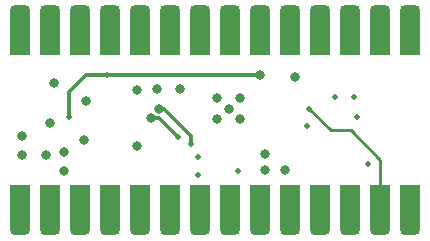
<source format=gbr>
%TF.GenerationSoftware,KiCad,Pcbnew,7.0.7*%
%TF.CreationDate,2024-01-12T14:51:30-08:00*%
%TF.ProjectId,Waffle_Mini_v0,57616666-6c65-45f4-9d69-6e695f76302e,rev?*%
%TF.SameCoordinates,Original*%
%TF.FileFunction,Copper,L4,Bot*%
%TF.FilePolarity,Positive*%
%FSLAX46Y46*%
G04 Gerber Fmt 4.6, Leading zero omitted, Abs format (unit mm)*
G04 Created by KiCad (PCBNEW 7.0.7) date 2024-01-12 14:51:30*
%MOMM*%
%LPD*%
G01*
G04 APERTURE LIST*
G04 Aperture macros list*
%AMRoundRect*
0 Rectangle with rounded corners*
0 $1 Rounding radius*
0 $2 $3 $4 $5 $6 $7 $8 $9 X,Y pos of 4 corners*
0 Add a 4 corners polygon primitive as box body*
4,1,4,$2,$3,$4,$5,$6,$7,$8,$9,$2,$3,0*
0 Add four circle primitives for the rounded corners*
1,1,$1+$1,$2,$3*
1,1,$1+$1,$4,$5*
1,1,$1+$1,$6,$7*
1,1,$1+$1,$8,$9*
0 Add four rect primitives between the rounded corners*
20,1,$1+$1,$2,$3,$4,$5,0*
20,1,$1+$1,$4,$5,$6,$7,0*
20,1,$1+$1,$6,$7,$8,$9,0*
20,1,$1+$1,$8,$9,$2,$3,0*%
%AMFreePoly0*
4,1,19,0.850000,-2.000000,0.845017,-2.091901,0.805505,-2.271406,0.728329,-2.438221,0.617096,-2.584545,0.477009,-2.703536,0.314617,-2.789630,0.137515,-2.838803,-0.046018,-2.848753,-0.227399,-2.819017,-0.398147,-2.750985,-0.550278,-2.647838,-0.676679,-2.514398,-0.771439,-2.356906,-0.830127,-2.182725,-0.850000,-2.000000,-0.850000,0.850000,0.850000,0.850000,0.850000,-2.000000,0.850000,-2.000000,
$1*%
G04 Aperture macros list end*
%TA.AperFunction,CastellatedPad*%
%ADD10FreePoly0,0.000000*%
%TD*%
%TA.AperFunction,CastellatedPad*%
%ADD11RoundRect,0.425000X-0.425000X-0.425000X0.425000X-0.425000X0.425000X0.425000X-0.425000X0.425000X0*%
%TD*%
%TA.AperFunction,CastellatedPad*%
%ADD12FreePoly0,180.000000*%
%TD*%
%TA.AperFunction,CastellatedPad*%
%ADD13RoundRect,0.425000X0.425000X0.425000X-0.425000X0.425000X-0.425000X-0.425000X0.425000X-0.425000X0*%
%TD*%
%TA.AperFunction,ViaPad*%
%ADD14C,0.500000*%
%TD*%
%TA.AperFunction,ViaPad*%
%ADD15C,0.800000*%
%TD*%
%TA.AperFunction,Conductor*%
%ADD16C,0.250000*%
%TD*%
%TA.AperFunction,Conductor*%
%ADD17C,0.350000*%
%TD*%
G04 APERTURE END LIST*
D10*
%TO.P,J15,1,Pin_1*%
%TO.N,GND*%
X152400000Y-101600000D03*
D11*
X152400000Y-104140000D03*
%TD*%
D12*
%TO.P,J7,1,Pin_1*%
%TO.N,Net-(J7-Pin_1)*%
X144780000Y-88900000D03*
D13*
X144780000Y-86360000D03*
%TD*%
D10*
%TO.P,J25,1,Pin_1*%
%TO.N,+3.3V*%
X134620000Y-101600000D03*
D11*
X134620000Y-104140000D03*
%TD*%
D12*
%TO.P,J21,1,Pin_1*%
%TO.N,Net-(J21-Pin_1)*%
X165100000Y-88900000D03*
D13*
X165100000Y-86360000D03*
%TD*%
D12*
%TO.P,J9,1,Pin_1*%
%TO.N,Net-(J9-Pin_1)*%
X139700000Y-88900000D03*
D13*
X139700000Y-86360000D03*
%TD*%
D10*
%TO.P,J18,1,Pin_1*%
%TO.N,/CANL*%
X160020000Y-101600000D03*
D11*
X160020000Y-104140000D03*
%TD*%
D12*
%TO.P,J23,1,Pin_1*%
%TO.N,Net-(J23-Pin_1)*%
X160020000Y-88900000D03*
D13*
X160020000Y-86360000D03*
%TD*%
D10*
%TO.P,J12,1,Pin_1*%
%TO.N,Net-(J12-Pin_1)*%
X144780000Y-101600000D03*
D11*
X144780000Y-104140000D03*
%TD*%
D10*
%TO.P,J27,1,Pin_1*%
%TO.N,GND*%
X137160000Y-101600000D03*
D11*
X137160000Y-104140000D03*
%TD*%
D12*
%TO.P,J4,1,Pin_1*%
%TO.N,Net-(J4-Pin_1)*%
X152400000Y-88900000D03*
D13*
X152400000Y-86360000D03*
%TD*%
D12*
%TO.P,J29,1,Pin_1*%
%TO.N,GND*%
X167640000Y-88900000D03*
D13*
X167640000Y-86360000D03*
%TD*%
D12*
%TO.P,J6,1,Pin_1*%
%TO.N,Net-(J6-Pin_1)*%
X147320000Y-88900000D03*
D13*
X147320000Y-86360000D03*
%TD*%
D12*
%TO.P,J22,1,Pin_1*%
%TO.N,Net-(J22-Pin_1)*%
X162560000Y-88900000D03*
D13*
X162560000Y-86360000D03*
%TD*%
D12*
%TO.P,J26,1,Pin_1*%
%TO.N,GND*%
X137160000Y-88900000D03*
D13*
X137160000Y-86360000D03*
%TD*%
D12*
%TO.P,J8,1,Pin_1*%
%TO.N,Net-(J8-Pin_1)*%
X142240000Y-88900000D03*
D13*
X142240000Y-86360000D03*
%TD*%
D12*
%TO.P,J2,1,Pin_1*%
%TO.N,Net-(J2-Pin_1)*%
X157480000Y-88900000D03*
D13*
X157480000Y-86360000D03*
%TD*%
D10*
%TO.P,J13,1,Pin_1*%
%TO.N,Net-(J13-Pin_1)*%
X147320000Y-101600000D03*
D11*
X147320000Y-104140000D03*
%TD*%
D12*
%TO.P,J24,1,Pin_1*%
%TO.N,+VSW*%
X134620000Y-88900000D03*
D13*
X134620000Y-86360000D03*
%TD*%
D10*
%TO.P,J11,1,Pin_1*%
%TO.N,Net-(J11-Pin_1)*%
X142240000Y-101600000D03*
D11*
X142240000Y-104140000D03*
%TD*%
D10*
%TO.P,J28,1,Pin_1*%
%TO.N,GND*%
X167640000Y-101600000D03*
D11*
X167640000Y-104140000D03*
%TD*%
D10*
%TO.P,J14,1,Pin_1*%
%TO.N,Net-(J14-Pin_1)*%
X149860000Y-101600000D03*
D11*
X149860000Y-104140000D03*
%TD*%
D12*
%TO.P,J5,1,Pin_1*%
%TO.N,Net-(J5-Pin_1)*%
X149860000Y-88900000D03*
D13*
X149860000Y-86360000D03*
%TD*%
D12*
%TO.P,J3,1,Pin_1*%
%TO.N,Net-(J3-Pin_1)*%
X154940000Y-88900000D03*
D13*
X154940000Y-86360000D03*
%TD*%
D10*
%TO.P,J16,1,Pin_1*%
%TO.N,GND*%
X154940000Y-101600000D03*
D11*
X154940000Y-104140000D03*
%TD*%
D10*
%TO.P,J20,1,Pin_1*%
%TO.N,Net-(J20-Pin_1)*%
X165100000Y-101600000D03*
D11*
X165100000Y-104140000D03*
%TD*%
D10*
%TO.P,J17,1,Pin_1*%
%TO.N,GND*%
X157480000Y-101600000D03*
D11*
X157480000Y-104140000D03*
%TD*%
D10*
%TO.P,J19,1,Pin_1*%
%TO.N,/CANH*%
X162560000Y-101600000D03*
D11*
X162560000Y-104140000D03*
%TD*%
D10*
%TO.P,J10,1,Pin_1*%
%TO.N,Net-(J10-Pin_1)*%
X139700000Y-101600000D03*
D11*
X139700000Y-104140000D03*
%TD*%
D14*
%TO.N,GND*%
X164100000Y-98925000D03*
X162900000Y-93300000D03*
%TO.N,+3.3V*%
X161300000Y-93300000D03*
%TO.N,/CANTX*%
X163100000Y-95000000D03*
X158900000Y-95700000D03*
%TO.N,Net-(J20-Pin_1)*%
X159100000Y-94300000D03*
%TO.N,+3.3V*%
X149700000Y-98325000D03*
%TO.N,GND*%
X153050000Y-99550000D03*
X149700000Y-99875000D03*
%TO.N,/JTAG_TCK*%
X148006233Y-96706233D03*
%TO.N,/JTAG_TMS*%
X149100000Y-97262000D03*
%TO.N,/XRSn*%
X138775000Y-94950000D03*
X141975000Y-91450000D03*
D15*
%TO.N,+3.3V*%
X144500000Y-97425000D03*
%TO.N,/JTAG_TCK*%
X145700000Y-95100000D03*
%TO.N,/JTAG_TMS*%
X146400000Y-94300000D03*
%TO.N,+3.3V*%
X144500000Y-92725000D03*
%TO.N,GND*%
X136800000Y-98200000D03*
X140000000Y-96950000D03*
X138300000Y-99525000D03*
X152300000Y-94260000D03*
X137500000Y-92100000D03*
X137100000Y-95500000D03*
X146200000Y-92600000D03*
X157056250Y-99500000D03*
X155306250Y-99500000D03*
X153200000Y-95160000D03*
X151300000Y-93360000D03*
X153200000Y-93360000D03*
X151300000Y-95160000D03*
%TO.N,+3.3V*%
X134800000Y-98200000D03*
X138300000Y-97925000D03*
X134800000Y-96600000D03*
X140195000Y-93655000D03*
X155306250Y-98100000D03*
X148100000Y-92600000D03*
X157900000Y-91550000D03*
%TO.N,/XRSn*%
X154950000Y-91450000D03*
%TD*%
D16*
%TO.N,Net-(J20-Pin_1)*%
X159100000Y-94300000D02*
X160900000Y-96100000D01*
X160900000Y-96100000D02*
X162600000Y-96100000D01*
X162600000Y-96100000D02*
X165100000Y-98600000D01*
X165100000Y-98600000D02*
X165100000Y-101600000D01*
D17*
%TO.N,/JTAG_TMS*%
X146800000Y-94300000D02*
X146400000Y-94300000D01*
X149100000Y-97262000D02*
X149100000Y-96600000D01*
X149100000Y-96600000D02*
X146800000Y-94300000D01*
%TO.N,/JTAG_TCK*%
X148006233Y-96706233D02*
X146400000Y-95100000D01*
X146400000Y-95100000D02*
X145700000Y-95100000D01*
%TO.N,/XRSn*%
X138775000Y-94950000D02*
X138775000Y-92900000D01*
X138775000Y-92900000D02*
X140225000Y-91450000D01*
X140225000Y-91450000D02*
X141975000Y-91450000D01*
X141975000Y-91450000D02*
X154950000Y-91450000D01*
D16*
%TO.N,/JTAG_TCK*%
X145700000Y-95100000D02*
X145800000Y-95100000D01*
%TD*%
M02*

</source>
